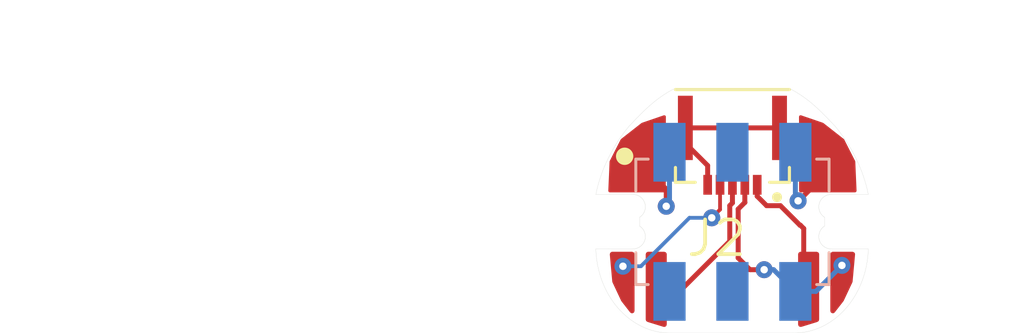
<source format=kicad_pcb>
(kicad_pcb (version 20211014) (generator pcbnew)
  (layers (0 "F.Cu" signal) (31 "B.Cu" signal) (34 "B.Paste" user) (35 "F.Paste" user) (36 "B.SilkS" user "B.Silkscreen") (37 "F.SilkS" user "F.Silkscreen") (38 "B.Mask" user) (39 "F.Mask" user) (44 "Edge.Cuts" user))
  (net 0 "")
  (net 4 "/D31")
  (net 5 "/D5")
  (net 6 "/A0")
  (net 7 "VCC")
  (net 8 "/Pressure (A1)")
  (net 9 "GND")
  (footprint "WARBL footprints:MOLEX_51281-0594" (layer "F.Cu") (at 148.251232 95.219053 180)
    (fp_text reference "J2")
    (fp_text value "Molex 51281-0594 (0.5 mm pitch)")
  )
  (footprint "WARBL footprints:ABPsensor" (layer "B.Cu") (at 148.251232 96.715553 90)
    (fp_text reference "U1" hide)
    (fp_text value "Honeywell ABPLLND060MGAA3" hide)
  )
  (footprint "WARBL footprints:ABPLLND060MGAA3_largepads" (layer "B.Cu") (at 148.251232 93.215553 90)
    (fp_text reference "J1" hide)
    (fp_text value "Solder pads to main PCB" hide)
  )
  (gr_circle (center 143.901232 94.065553) (end 144.151232 94.065553) (layer "F.SilkS") (width 0.2) (fill solid))
  (gr_line (start 144.695013 97.108085) (end 144.701735 97.124143) (layer "Edge.Cuts") (width 0.01))
  (gr_line (start 144.571113 97.681359) (end 144.557954 97.692756) (layer "Edge.Cuts") (width 0.01))
  (gr_line (start 143.963575 92.994095) (end 143.850165 93.142751) (layer "Edge.Cuts") (width 0.01))
  (gr_line (start 142.791176 98.355932) (end 142.805023 98.435424) (layer "Edge.Cuts") (width 0.01))
  (gr_line (start 151.741803 97.24171) (end 151.744452 97.224504) (layer "Edge.Cuts") (width 0.01))
  (gr_line (start 152.653601 100.39803) (end 152.711274 100.340432) (layer "Edge.Cuts") (width 0.01))
  (gr_line (start 144.717413 97.448546) (end 144.71227 97.465178) (layer "Edge.Cuts") (width 0.01))
  (gr_line (start 145.27094 91.72866) (end 145.192082 91.788049) (layer "Edge.Cuts") (width 0.01))
  (gr_line (start 151.813881 97.575207) (end 151.804876 97.560308) (layer "Edge.Cuts") (width 0.01))
  (gr_line (start 153.550543 98.91331) (end 153.574703 98.833908) (layer "Edge.Cuts") (width 0.01))
  (gr_line (start 153.124253 99.822412) (end 153.169125 99.751475) (layer "Edge.Cuts") (width 0.01))
  (gr_line (start 144.586695 96.466768) (end 144.574034 96.478717) (layer "Edge.Cuts") (width 0.01))
  (gr_line (start 144.574034 96.478717) (end 144.560965 96.490218) (layer "Edge.Cuts") (width 0.01))
  (gr_line (start 143.105925 99.381276) (end 143.1424 99.457124) (layer "Edge.Cuts") (width 0.01))
  (gr_line (start 144.471426 97.750933) (end 144.455905 97.758818) (layer "Edge.Cuts") (width 0.01))
  (gr_line (start 145.853085 91.359172) (end 145.766975 91.407003) (layer "Edge.Cuts") (width 0.01))
  (gr_line (start 151.74235 96.037809) (end 151.745134 96.020625) (layer "Edge.Cuts") (width 0.01))
  (gr_line (start 151.781048 97.513859) (end 151.774199 97.497854) (layer "Edge.Cuts") (width 0.01))
  (gr_line (start 143.220504 99.606266) (end 143.262092 99.679401) (layer "Edge.Cuts") (width 0.01))
  (gr_line (start 151.954992 96.521896) (end 151.940795 96.51182) (layer "Edge.Cuts") (width 0.01))
  (gr_line (start 152.066632 95.639176) (end 152.083097 95.633522) (layer "Edge.Cuts") (width 0.01))
  (gr_line (start 144.729328 97.397719) (end 144.725947 97.414797) (layer "Edge.Cuts") (width 0.01))
  (gr_line (start 152.473829 100.559969) (end 152.534817 100.507844) (layer "Edge.Cuts") (width 0.01))
  (gr_line (start 150.876922 91.507617) (end 150.792682 91.456485) (layer "Edge.Cuts") (width 0.01))
  (gr_line (start 153.043204 93.784012) (end 152.944408 93.617213) (layer "Edge.Cuts") (width 0.01))
  (gr_line (start 144.721502 101.00144) (end 144.789822 101.029176) (layer "Edge.Cuts") (width 0.01))
  (gr_line (start 152.185097 95.611897) (end 152.20244 95.610384) (layer "Edge.Cuts") (width 0.01))
  (gr_line (start 151.821041 100.971622) (end 151.888816 100.939718) (layer "Edge.Cuts") (width 0.01))
  (gr_line (start 151.744452 96.19384) (end 151.741803 96.176634) (layer "Edge.Cuts") (width 0.01))
  (gr_line (start 144.486662 97.742513) (end 144.471426 97.750933) (layer "Edge.Cuts") (width 0.01))
  (gr_line (start 151.740166 97.363264) (end 151.738584 97.345927) (layer "Edge.Cuts") (width 0.01))
  (gr_line (start 151.760978 97.156913) (end 151.766567 97.140426) (layer "Edge.Cuts") (width 0.01))
  (gr_line (start 144.706551 97.481621) (end 144.700263 97.497854) (layer "Edge.Cuts") (width 0.01))
  (gr_line (start 144.73001 96.19384) (end 144.726764 96.210944) (layer "Edge.Cuts") (width 0.01))
  (gr_line (start 145.064195 101.119517) (end 145.132749 101.137033) (layer "Edge.Cuts") (width 0.01))
  (gr_line (start 145.269393 101.166141) (end 145.337372 101.17779) (layer "Edge.Cuts") (width 0.01))
  (gr_line (start 145.68178 91.456485) (end 145.59754 91.507617) (layer "Edge.Cuts") (width 0.01))
  (gr_line (start 144.736993 97.293734) (end 144.737227 97.311141) (layer "Edge.Cuts") (width 0.01))
  (gr_line (start 151.926958 96.501257) (end 151.913497 96.490218) (layer "Edge.Cuts") (width 0.01))
  (gr_line (start 144.721974 97.431746) (end 144.717413 97.448546) (layer "Edge.Cuts") (width 0.01))
  (gr_line (start 142.778979 98.276666) (end 142.791176 98.355932) (layer "Edge.Cuts") (width 0.01))
  (gr_line (start 151.854913 97.631403) (end 151.843927 97.617899) (layer "Edge.Cuts") (width 0.01))
  (gr_line (start 143.739863 93.296316) (end 143.633039 93.454555) (layer "Edge.Cuts") (width 0.01))
  (gr_line (start 144.721974 95.986598) (end 144.725947 96.003547) (layer "Edge.Cuts") (width 0.01))
  (gr_line (start 144.651063 97.589783) (end 144.641044 97.60402) (layer "Edge.Cuts") (width 0.01))
  (gr_line (start 151.751538 96.227924) (end 151.747698 96.210944) (layer "Edge.Cuts") (width 0.01))
  (gr_line (start 144.530486 97.714143) (end 144.51621 97.724106) (layer "Edge.Cuts") (width 0.01))
  (gr_line (start 143.651566 100.220107) (end 143.706737 100.281106) (layer "Edge.Cuts") (width 0.01))
  (gr_line (start 144.374713 97.789899) (end 144.357895 97.794394) (layer "Edge.Cuts") (width 0.01))
  (gr_line (start 151.903349 95.736985) (end 151.916508 95.725588) (layer "Edge.Cuts") (width 0.01))
  (gr_line (start 153.467477 99.149575) (end 153.496933 99.071221) (layer "Edge.Cuts") (width 0.01))
  (gr_line (start 152.185097 97.806447) (end 152.167818 97.80433) (layer "Edge.Cuts") (width 0.01))
  (gr_line (start 151.760978 96.261431) (end 151.755966 96.24476) (layer "Edge.Cuts") (width 0.01))
  (gr_line (start 144.630245 92.282216) (end 144.35706 92.558269) (layer "Edge.Cuts") (width 0.01))
  (gr_line (start 151.766567 96.277918) (end 151.760978 96.261431) (layer "Edge.Cuts") (width 0.01))
  (gr_line (start 145.432087 91.614837) (end 145.350955 91.670923) (layer "Edge.Cuts") (width 0.01))
  (gr_line (start 151.737606 96.089798) (end 151.738584 96.072417) (layer "Edge.Cuts") (width 0.01))
  (gr_line (start 144.669586 97.560308) (end 144.660581 97.575207) (layer "Edge.Cuts") (width 0.01))
  (gr_line (start 151.841507 96.414791) (end 151.831108 96.40083) (layer "Edge.Cuts") (width 0.01))
  (gr_line (start 145.337372 101.17779) (end 145.40505 101.187544) (layer "Edge.Cuts") (width 0.01))
  (gr_line (start 144.653261 97.031829) (end 144.662664 97.04648) (layer "Edge.Cuts") (width 0.01))
  (gr_line (start 152.117402 92.558269) (end 151.844217 92.282216) (layer "Edge.Cuts") (width 0.01))
  (gr_line (start 151.802911 97.061449) (end 151.811798 97.04648) (layer "Edge.Cuts") (width 0.01))
  (gr_line (start 152.018557 97.758818) (end 152.003036 97.750933) (layer "Edge.Cuts") (width 0.01))
  (gr_line (start 142.752028 98.04084) (end 142.759434 98.11906) (layer "Edge.Cuts") (width 0.01))
  (gr_line (start 151.355138 91.845133) (end 151.28238 91.788049) (layer "Edge.Cuts") (width 0.01))
  (gr_line (start 144.51621 95.694238) (end 144.530486 95.704201) (layer "Edge.Cuts") (width 0.01))
  (gr_line (start 153.574703 98.833908) (end 153.597108 98.754309) (layer "Edge.Cuts") (width 0.01))
  (gr_line (start 153.368537 99.381276) (end 153.403272 99.304681) (layer "Edge.Cuts") (width 0.01))
  (gr_line (start 143.180599 99.532147) (end 143.220504 99.606266) (layer "Edge.Cuts") (width 0.01))
  (gr_line (start 143.939645 100.507844) (end 144.000633 100.559969) (layer "Edge.Cuts") (width 0.01))
  (gr_line (start 144.254637 97.808869) (end 144.237231 97.809172) (layer "Edge.Cuts") (width 0.01))
  (gr_line (start 152.92919 100.093324) (end 152.980213 100.027663) (layer "Edge.Cuts") (width 0.01))
  (gr_line (start 152.050374 95.6454) (end 152.066632 95.639176) (layer "Edge.Cuts") (width 0.01))
  (gr_line (start 144.504931 96.886873) (end 144.51947 96.896448) (layer "Edge.Cuts") (width 0.01))
  (gr_line (start 145.047507 91.903629) (end 144.906258 92.024709) (layer "Edge.Cuts") (width 0.01))
  (gr_line (start 151.779449 97.108085) (end 151.786727 97.092271) (layer "Edge.Cuts") (width 0.01))
  (gr_line (start 143.07119 99.304681) (end 143.105925 99.381276) (layer "Edge.Cuts") (width 0.01))
  (gr_line (start 152.099749 97.789899) (end 152.083097 97.784822) (layer "Edge.Cuts") (width 0.01))
  (gr_line (start 151.745134 96.020625) (end 151.748515 96.003547) (layer "Edge.Cuts") (width 0.01))
  (gr_line (start 142.828501 95.229578) (end 142.780367 95.419002) (layer "Edge.Cuts") (width 0.01))
  (gr_line (start 151.854913 95.786941) (end 151.866362 95.773827) (layer "Edge.Cuts") (width 0.01))
  (gr_line (start 144.622075 96.428382) (end 144.61073 96.441585) (layer "Edge.Cuts") (width 0.01))
  (gr_line (start 153.645961 95.229578) (end 153.591303 95.04126) (layer "Edge.Cuts") (width 0.01))
  (gr_line (start 151.747698 97.2074) (end 151.751538 97.19042) (layer "Edge.Cuts") (width 0.01))
  (gr_line (start 144.713484 96.261431) (end 144.707895 96.277918) (layer "Edge.Cuts") (width 0.01))
  (gr_line (start 153.732668 97.885844) (end 153.735564 97.809172) (layer "Edge.Cuts") (width 0.01))
  (gr_line (start 144.686012 97.529615) (end 144.678066 97.545105) (layer "Edge.Cuts") (width 0.01))
  (gr_line (start 144.734707 96.159347) (end 144.732659 96.176634) (layer "Edge.Cuts") (width 0.01))
  (gr_line (start 145.40505 101.187544) (end 145.472377 101.195438) (layer "Edge.Cuts") (width 0.01))
  (gr_line (start 151.781048 95.904485) (end 151.78845 95.888729) (layer "Edge.Cuts") (width 0.01))
  (gr_line (start 151.972865 97.733567) (end 151.958252 97.724106) (layer "Edge.Cuts") (width 0.01))
  (gr_line (start 144.533667 96.906524) (end 144.547504 96.917087) (layer "Edge.Cuts") (width 0.01))
  (gr_line (start 153.695483 98.276666) (end 153.706054 98.197688) (layer "Edge.Cuts") (width 0.01))
  (gr_line (start 152.167818 97.80433) (end 152.150622 97.801614) (layer "Edge.Cuts") (width 0.01))
  (gr_line (start 150.802688 101.208335) (end 150.868678 101.205794) (layer "Edge.Cuts") (width 0.01))
  (gr_line (start 151.75296 101.00144) (end 151.821041 100.971622) (layer "Edge.Cuts") (width 0.01))
  (gr_line (start 151.737469 96.12461) (end 151.737235 96.107203) (layer "Edge.Cuts") (width 0.01))
  (gr_line (start 144.767462 92.151) (end 144.630245 92.282216) (layer "Edge.Cuts") (width 0.01))
  (gr_line (start 152.083097 95.633522) (end 152.099749 95.628445) (layer "Edge.Cuts") (width 0.01))
  (gr_line (start 152.285248 100.704748) (end 152.348979 100.658454) (layer "Edge.Cuts") (width 0.01))
  (gr_line (start 143.237231 95.609172) (end 144.237231 95.609172) (layer "Edge.Cuts") (width 0.01))
  (gr_line (start 145.766975 91.407003) (end 145.68178 91.456485) (layer "Edge.Cuts") (width 0.01))
  (gr_line (start 143.396677 99.892138) (end 143.444703 99.960579) (layer "Edge.Cuts") (width 0.01))
  (gr_line (start 151.823399 95.828561) (end 151.833418 95.814324) (layer "Edge.Cuts") (width 0.01))
  (gr_line (start 151.68464 101.029176) (end 151.75296 101.00144) (layer "Edge.Cuts") (width 0.01))
  (gr_line (start 144.40783 97.779168) (end 144.391365 97.784822) (layer "Edge.Cuts") (width 0.01))
  (gr_line (start 151.852387 96.989962) (end 151.863732 96.976759) (layer "Edge.Cuts") (width 0.01))
  (gr_line (start 153.253958 99.606266) (end 153.293863 99.532147) (layer "Edge.Cuts") (width 0.01))
  (gr_line (start 151.813881 95.843137) (end 151.823399 95.828561) (layer "Edge.Cuts") (width 0.01))
  (gr_line (start 144.471426 95.667411) (end 144.486662 95.675831) (layer "Edge.Cuts") (width 0.01))
  (gr_line (start 152.167818 95.614014) (end 152.185097 95.611897) (layer "Edge.Cuts") (width 0.01))
  (gr_line (start 152.237231 95.609172) (end 153.237231 95.609172) (layer "Edge.Cuts") (width 0.01))
  (gr_line (start 153.524622 98.99244) (end 153.550543 98.91331) (layer "Edge.Cuts") (width 0.01))
  (gr_line (start 144.289365 97.806447) (end 144.272022 97.80796) (layer "Edge.Cuts") (width 0.01))
  (gr_line (start 144.237231 97.809172) (end 143.237231 97.809172) (layer "Edge.Cuts") (width 0.01))
  (gr_line (start 151.707 92.151) (end 151.568204 92.024709) (layer "Edge.Cuts") (width 0.01))
  (gr_line (start 152.348979 100.658454) (end 152.411862 100.610184) (layer "Edge.Cuts") (width 0.01))
  (gr_line (start 144.0626 100.610184) (end 144.125483 100.658454) (layer "Edge.Cuts") (width 0.01))
  (gr_line (start 151.866362 95.773827) (end 151.878261 95.761119) (layer "Edge.Cuts") (width 0.01))
  (gr_line (start 151.752488 95.986598) (end 151.757049 95.969798) (layer "Edge.Cuts") (width 0.01))
  (gr_line (start 144.678066 97.545105) (end 144.669586 97.560308) (layer "Edge.Cuts") (width 0.01))
  (gr_line (start 152.394745 92.850563) (end 152.117402 92.558269) (layer "Edge.Cuts") (width 0.01))
  (gr_line (start 144.630535 95.800445) (end 144.641044 95.814324) (layer "Edge.Cuts") (width 0.01))
  (gr_line (start 153.389987 94.486557) (end 153.31116 94.306263) (layer "Edge.Cuts") (width 0.01))
  (gr_line (start 153.137473 93.954662) (end 153.043204 93.784012) (layer "Edge.Cuts") (width 0.01))
  (gr_line (start 152.20244 95.610384) (end 152.219825 95.609475) (layer "Edge.Cuts") (width 0.01))
  (gr_line (start 144.736152 97.276346) (end 144.736993 97.293734) (layer "Edge.Cuts") (width 0.01))
  (gr_line (start 151.811798 97.04648) (end 151.821201 97.031829) (layer "Edge.Cuts") (width 0.01))
  (gr_line (start 142.837761 98.594821) (end 142.856692 98.674589) (layer "Edge.Cuts") (width 0.01))
  (gr_line (start 151.755966 96.24476) (end 151.751538 96.227924) (layer "Edge.Cuts") (width 0.01))
  (gr_line (start 144.306644 95.614014) (end 144.32384 95.61673) (layer "Edge.Cuts") (width 0.01))
  (gr_line (start 151.568204 92.024709) (end 151.426955 91.903629) (layer "Edge.Cuts") (width 0.01))
  (gr_line (start 143.879701 100.45385) (end 143.939645 100.507844) (layer "Edge.Cuts") (width 0.01))
  (gr_line (start 144.736993 96.12461) (end 144.736152 96.141998) (layer "Edge.Cuts") (width 0.01))
  (gr_line (start 151.203522 91.72866) (end 151.123507 91.670923) (layer "Edge.Cuts") (width 0.01))
  (gr_line (start 144.61073 96.441585) (end 144.598932 96.454386) (layer "Edge.Cuts") (width 0.01))
  (gr_line (start 144.253728 100.749036) (end 144.318956 100.791296) (layer "Edge.Cuts") (width 0.01))
  (gr_line (start 143.237231 97.809172) (end 142.738898 97.809172) (layer "Edge.Cuts") (width 0.01))
  (gr_line (start 144.440119 97.766158) (end 144.424088 97.772944) (layer "Edge.Cuts") (width 0.01))
  (gr_line (start 150.960166 91.560401) (end 150.876922 91.507617) (layer "Edge.Cuts") (width 0.01))
  (gr_line (start 144.272022 95.610384) (end 144.289365 95.611897) (layer "Edge.Cuts") (width 0.01))
  (gr_line (start 152.083097 97.784822) (end 152.066632 97.779168) (layer "Edge.Cuts") (width 0.01))
  (gr_line (start 151.739755 97.258997) (end 151.741803 97.24171) (layer "Edge.Cuts") (width 0.01))
  (gr_line (start 144.995565 101.099993) (end 145.064195 101.119517) (layer "Edge.Cuts") (width 0.01))
  (gr_line (start 144.306644 97.80433) (end 144.289365 97.806447) (layer "Edge.Cuts") (width 0.01))
  (gr_line (start 144.34093 97.7983) (end 144.32384 97.801614) (layer "Edge.Cuts") (width 0.01))
  (gr_line (start 151.940795 96.906524) (end 151.954992 96.896448) (layer "Edge.Cuts") (width 0.01))
  (gr_line (start 151.762192 95.953166) (end 151.767911 95.936723) (layer "Edge.Cuts") (width 0.01))
  (gr_line (start 144.583867 95.748834) (end 144.596201 95.761119) (layer "Edge.Cuts") (width 0.01))
  (gr_line (start 144.726764 96.210944) (end 144.722924 96.227924) (layer "Edge.Cuts") (width 0.01))
  (gr_line (start 144.557954 95.725588) (end 144.571113 95.736985) (layer "Edge.Cuts") (width 0.01))
  (gr_line (start 148.237231 101.209172) (end 150.737231 101.209172) (layer "Edge.Cuts") (width 0.01))
  (gr_line (start 153.735564 95.609172) (end 153.694095 95.419002) (layer "Edge.Cuts") (width 0.01))
  (gr_line (start 144.718496 96.24476) (end 144.713484 96.261431) (layer "Edge.Cuts") (width 0.01))
  (gr_line (start 151.863732 96.976759) (end 151.87553 96.963958) (layer "Edge.Cuts") (width 0.01))
  (gr_line (start 151.042375 91.614837) (end 150.960166 91.560401) (layer "Edge.Cuts") (width 0.01))
  (gr_line (start 142.741794 97.885844) (end 142.746159 97.963084) (layer "Edge.Cuts") (width 0.01))
  (gr_line (start 144.706551 95.936723) (end 144.71227 95.953166) (layer "Edge.Cuts") (width 0.01))
  (gr_line (start 144.424088 97.772944) (end 144.40783 97.779168) (layer "Edge.Cuts") (width 0.01))
  (gr_line (start 151.930056 95.714655) (end 151.943976 95.704201) (layer "Edge.Cuts") (width 0.01))
  (gr_line (start 153.636701 98.594821) (end 153.653918 98.515076) (layer "Edge.Cuts") (width 0.01))
  (gr_line (start 151.786727 97.092271) (end 151.794551 97.076719) (layer "Edge.Cuts") (width 0.01))
  (gr_line (start 143.850165 93.142751) (end 143.739863 93.296316) (layer "Edge.Cuts") (width 0.01))
  (gr_line (start 144.687735 96.326073) (end 144.679911 96.341625) (layer "Edge.Cuts") (width 0.01))
  (gr_line (start 144.440119 95.652186) (end 144.455905 95.659526) (layer "Edge.Cuts") (width 0.01))
  (gr_line (start 151.410267 101.119517) (end 151.478897 101.099993) (layer "Edge.Cuts") (width 0.01))
  (gr_line (start 152.237231 97.809172) (end 152.219825 97.808869) (layer "Edge.Cuts") (width 0.01))
  (gr_line (start 144.557954 97.692756) (end 144.544406 97.703689) (layer "Edge.Cuts") (width 0.01))
  (gr_line (start 152.944408 93.617213) (end 152.841423 93.454555) (layer "Edge.Cuts") (width 0.01))
  (gr_line (start 151.737235 96.107203) (end 151.737606 96.089798) (layer "Edge.Cuts") (width 0.01))
  (gr_line (start 151.833418 95.814324) (end 151.843927 95.800445) (layer "Edge.Cuts") (width 0.01))
  (gr_line (start 144.671551 96.356895) (end 144.662664 96.371864) (layer "Edge.Cuts") (width 0.01))
  (gr_line (start 142.780367 95.419002) (end 142.738898 95.609172) (layer "Edge.Cuts") (width 0.01))
  (gr_line (start 153.530289 94.85441) (end 153.463111 94.66939) (layer "Edge.Cuts") (width 0.01))
  (gr_line (start 151.969531 96.886873) (end 151.969531 96.531471) (layer "Edge.Cuts") (width 0.01))
  (gr_line (start 151.878261 95.761119) (end 151.890595 95.748834) (layer "Edge.Cuts") (width 0.01))
  (gr_line (start 144.501597 97.733567) (end 144.486662 97.742513) (layer "Edge.Cuts") (width 0.01))
  (gr_line (start 143.494249 100.027663) (end 143.545272 100.093324) (layer "Edge.Cuts") (width 0.01))
  (gr_line (start 143.1424 99.457124) (end 143.180599 99.532147) (layer "Edge.Cuts") (width 0.01))
  (gr_line (start 151.9878 95.675831) (end 152.003036 95.667411) (layer "Edge.Cuts") (width 0.01))
  (gr_line (start 152.220734 100.749036) (end 152.285248 100.704748) (layer "Edge.Cuts") (width 0.01))
  (gr_line (start 144.51621 97.724106) (end 144.501597 97.733567) (layer "Edge.Cuts") (width 0.01))
  (gr_line (start 152.133532 97.7983) (end 152.116567 97.794394) (layer "Edge.Cuts") (width 0.01))
  (gr_line (start 145.737231 101.209172) (end 148.237231 101.209172) (layer "Edge.Cuts") (width 0.01))
  (gr_line (start 144.726764 97.2074) (end 144.73001 97.224504) (layer "Edge.Cuts") (width 0.01))
  (gr_line (start 152.034343 97.766158) (end 152.018557 97.758818) (layer "Edge.Cuts") (width 0.01))
  (gr_line (start 151.757049 97.448546) (end 151.752488 97.431746) (layer "Edge.Cuts") (width 0.01))
  (gr_line (start 151.774199 95.92049) (end 151.781048 95.904485) (layer "Edge.Cuts") (width 0.01))
  (gr_line (start 144.679911 96.341625) (end 144.671551 96.356895) (layer "Edge.Cuts") (width 0.01))
  (gr_line (start 151.796396 95.873239) (end 151.804876 95.858036) (layer "Edge.Cuts") (width 0.01))
  (gr_line (start 144.732659 96.176634) (end 144.73001 96.19384) (layer "Edge.Cuts") (width 0.01))
  (gr_line (start 144.653261 96.386515) (end 144.643354 96.40083) (layer "Edge.Cuts") (width 0.01))
  (gr_line (start 151.821201 96.386515) (end 151.811798 96.371864) (layer "Edge.Cuts") (width 0.01))
  (gr_line (start 151.852387 96.428382) (end 151.841507 96.414791) (layer "Edge.Cuts") (width 0.01))
  (gr_line (start 151.786727 96.326073) (end 151.779449 96.310259) (layer "Edge.Cuts") (width 0.01))
  (gr_line (start 144.693414 97.513859) (end 144.686012 97.529615) (layer "Edge.Cuts") (width 0.01))
  (gr_line (start 153.226893 94.128853) (end 153.137473 93.954662) (layer "Edge.Cuts") (width 0.01))
  (gr_line (start 151.943976 97.714143) (end 151.930056 97.703689) (layer "Edge.Cuts") (width 0.01))
  (gr_line (start 151.757049 95.969798) (end 151.762192 95.953166) (layer "Edge.Cuts") (width 0.01))
  (gr_line (start 153.029759 99.960579) (end 153.077785 99.892138) (layer "Edge.Cuts") (width 0.01))
  (gr_line (start 144.544406 97.703689) (end 144.530486 97.714143) (layer "Edge.Cuts") (width 0.01))
  (gr_line (start 144.391365 97.784822) (end 144.374713 97.789899) (layer "Edge.Cuts") (width 0.01))
  (gr_line (start 151.74235 97.380535) (end 151.740166 97.363264) (layer "Edge.Cuts") (width 0.01))
  (gr_line (start 143.444703 99.960579) (end 143.494249 100.027663) (layer "Edge.Cuts") (width 0.01))
  (gr_line (start 153.436255 99.227421) (end 153.467477 99.149575) (layer "Edge.Cuts") (width 0.01))
  (gr_line (start 144.687735 97.092271) (end 144.695013 97.108085) (layer "Edge.Cuts") (width 0.01))
  (gr_line (start 144.35706 92.558269) (end 144.079717 92.850563) (layer "Edge.Cuts") (width 0.01))
  (gr_line (start 145.605784 101.205794) (end 145.671774 101.208335) (layer "Edge.Cuts") (width 0.01))
  (gr_line (start 151.744452 97.224504) (end 151.747698 97.2074) (layer "Edge.Cuts") (width 0.01))
  (gr_line (start 143.633039 93.454555) (end 143.530054 93.617213) (layer "Edge.Cuts") (width 0.01))
  (gr_line (start 153.237231 95.609172) (end 153.735564 95.609172) (layer "Edge.Cuts") (width 0.01))
  (gr_line (start 151.972865 95.684777) (end 151.9878 95.675831) (layer "Edge.Cuts") (width 0.01))
  (gr_line (start 152.841423 93.454555) (end 152.734599 93.296316) (layer "Edge.Cuts") (width 0.01))
  (gr_line (start 144.547504 96.917087) (end 144.560965 96.928126) (layer "Edge.Cuts") (width 0.01))
  (gr_line (start 151.796396 97.545105) (end 151.78845 97.529615) (layer "Edge.Cuts") (width 0.01))
  (gr_line (start 144.662664 97.04648) (end 144.671551 97.061449) (layer "Edge.Cuts") (width 0.01))
  (gr_line (start 151.958252 95.694238) (end 151.972865 95.684777) (layer "Edge.Cuts") (width 0.01))
  (gr_line (start 144.619549 97.631403) (end 144.6081 97.644517) (layer "Edge.Cuts") (width 0.01))
  (gr_line (start 150.792682 91.456485) (end 150.707487 91.407003) (layer "Edge.Cuts") (width 0.01))
  (gr_line (start 144.736856 97.328546) (end 144.735878 97.345927) (layer "Edge.Cuts") (width 0.01))
  (gr_line (start 151.205069 101.166141) (end 151.273294 101.152565) (layer "Edge.Cuts") (width 0.01))
  (gr_line (start 151.73831 97.276346) (end 151.739755 97.258997) (layer "Edge.Cuts") (width 0.01))
  (gr_line (start 150.935158 101.201509) (end 151.002085 101.195438) (layer "Edge.Cuts") (width 0.01))
  (gr_line (start 144.51947 96.896448) (end 144.533667 96.906524) (layer "Edge.Cuts") (width 0.01))
  (gr_line (start 144.586695 96.951576) (end 144.598932 96.963958) (layer "Edge.Cuts") (width 0.01))
  (gr_line (start 144.678066 95.873239) (end 144.686012 95.888729) (layer "Edge.Cuts") (width 0.01))
  (gr_line (start 142.738898 95.609172) (end 143.237231 95.609172) (layer "Edge.Cuts") (width 0.01))
  (gr_line (start 151.833418 97.60402) (end 151.823399 97.589783) (layer "Edge.Cuts") (width 0.01))
  (gr_line (start 145.514296 91.560401) (end 145.432087 91.614837) (layer "Edge.Cuts") (width 0.01))
  (gr_line (start 144.732112 97.380535) (end 144.729328 97.397719) (layer "Edge.Cuts") (width 0.01))
  (gr_line (start 151.844217 92.282216) (end 151.707 92.151) (layer "Edge.Cuts") (width 0.01))
  (gr_line (start 153.61777 98.674589) (end 153.636701 98.594821) (layer "Edge.Cuts") (width 0.01))
  (gr_line (start 152.624297 93.142751) (end 152.510887 92.994095) (layer "Edge.Cuts") (width 0.01))
  (gr_line (start 144.700263 97.497854) (end 144.693414 97.513859) (layer "Edge.Cuts") (width 0.01))
  (gr_line (start 142.877354 98.754309) (end 142.899759 98.833908) (layer "Edge.Cuts") (width 0.01))
  (gr_line (start 143.305337 99.751475) (end 143.350209 99.822412) (layer "Edge.Cuts") (width 0.01))
  (gr_line (start 151.755966 97.173584) (end 151.760978 97.156913) (layer "Edge.Cuts") (width 0.01))
  (gr_line (start 152.594761 100.45385) (end 152.653601 100.39803) (layer "Edge.Cuts") (width 0.01))
  (gr_line (start 151.804876 97.560308) (end 151.796396 97.545105) (layer "Edge.Cuts") (width 0.01))
  (gr_line (start 152.219825 95.609475) (end 152.237231 95.609172) (layer "Edge.Cuts") (width 0.01))
  (gr_line (start 143.597727 100.157493) (end 143.651566 100.220107) (layer "Edge.Cuts") (width 0.01))
  (gr_line (start 151.273294 101.152565) (end 151.341713 101.137033) (layer "Edge.Cuts") (width 0.01))
  (gr_line (start 144.660581 95.843137) (end 144.669586 95.858036) (layer "Edge.Cuts") (width 0.01))
  (gr_line (start 142.746159 97.963084) (end 142.752028 98.04084) (layer "Edge.Cuts") (width 0.01))
  (gr_line (start 151.738584 96.072417) (end 151.740166 96.05508) (layer "Edge.Cuts") (width 0.01))
  (gr_line (start 144.732659 97.24171) (end 144.734707 97.258997) (layer "Edge.Cuts") (width 0.01))
  (gr_line (start 143.763188 100.340432) (end 143.820861 100.39803) (layer "Edge.Cuts") (width 0.01))
  (gr_line (start 152.20244 97.80796) (end 152.185097 97.806447) (layer "Edge.Cuts") (width 0.01))
  (gr_line (start 142.820544 98.515076) (end 142.837761 98.594821) (layer "Edge.Cuts") (width 0.01))
  (gr_line (start 151.123507 91.670923) (end 151.042375 91.614837) (layer "Edge.Cuts") (width 0.01))
  (gr_line (start 151.890595 95.748834) (end 151.903349 95.736985) (layer "Edge.Cuts") (width 0.01))
  (gr_line (start 144.71227 95.953166) (end 144.717413 95.969798) (layer "Edge.Cuts") (width 0.01))
  (gr_line (start 152.150622 97.801614) (end 152.133532 97.7983) (layer "Edge.Cuts") (width 0.01))
  (gr_line (start 144.789822 101.029176) (end 144.858315 101.054839) (layer "Edge.Cuts") (width 0.01))
  (gr_line (start 142.768408 98.197688) (end 142.778979 98.276666) (layer "Edge.Cuts") (width 0.01))
  (gr_line (start 151.774199 97.497854) (end 151.767911 97.481621) (layer "Edge.Cuts") (width 0.01))
  (gr_line (start 151.747698 96.210944) (end 151.744452 96.19384) (layer "Edge.Cuts") (width 0.01))
  (gr_line (start 151.831108 97.017514) (end 151.841507 97.003553) (layer "Edge.Cuts") (width 0.01))
  (gr_line (start 144.713484 97.156913) (end 144.718496 97.173584) (layer "Edge.Cuts") (width 0.01))
  (gr_line (start 144.391365 95.633522) (end 144.40783 95.639176) (layer "Edge.Cuts") (width 0.01))
  (gr_line (start 144.641044 95.814324) (end 144.651063 95.828561) (layer "Edge.Cuts") (width 0.01))
  (gr_line (start 153.169125 99.751475) (end 153.21237 99.679401) (layer "Edge.Cuts") (width 0.01))
  (gr_line (start 152.116567 97.794394) (end 152.099749 97.789899) (layer "Edge.Cuts") (width 0.01))
  (gr_line (start 151.843927 95.800445) (end 151.854913 95.786941) (layer "Edge.Cuts") (width 0.01))
  (gr_line (start 151.547545 101.07844) (end 151.616147 101.054839) (layer "Edge.Cuts") (width 0.01))
  (gr_line (start 153.683286 98.355932) (end 153.695483 98.276666) (layer "Edge.Cuts") (width 0.01))
  (gr_line (start 144.32384 95.61673) (end 144.34093 95.620044) (layer "Edge.Cuts") (width 0.01))
  (gr_line (start 151.890595 97.66951) (end 151.878261 97.657225) (layer "Edge.Cuts") (width 0.01))
  (gr_line (start 153.706054 98.197688) (end 153.715028 98.11906) (layer "Edge.Cuts") (width 0.01))
  (gr_line (start 143.006985 99.149575) (end 143.038207 99.227421) (layer "Edge.Cuts") (width 0.01))
  (gr_line (start 151.87553 96.963958) (end 151.887767 96.951576) (layer "Edge.Cuts") (width 0.01))
  (gr_line (start 151.766567 97.140426) (end 151.772727 97.124143) (layer "Edge.Cuts") (width 0.01))
  (gr_line (start 144.596201 97.657225) (end 144.583867 97.66951) (layer "Edge.Cuts") (width 0.01))
  (gr_line (start 142.883159 95.04126) (end 142.828501 95.229578) (layer "Edge.Cuts") (width 0.01))
  (gr_line (start 145.539304 101.201509) (end 145.605784 101.205794) (layer "Edge.Cuts") (width 0.01))
  (gr_line (start 144.518243 100.905728) (end 144.585646 100.939718) (layer "Edge.Cuts") (width 0.01))
  (gr_line (start 144.669586 95.858036) (end 144.678066 95.873239) (layer "Edge.Cuts") (width 0.01))
  (gr_line (start 151.887767 96.466768) (end 151.87553 96.454386) (layer "Edge.Cuts") (width 0.01))
  (gr_line (start 153.21237 99.679401) (end 153.253958 99.606266) (layer "Edge.Cuts") (width 0.01))
  (gr_line (start 151.616147 101.054839) (end 151.68464 101.029176) (layer "Edge.Cuts") (width 0.01))
  (gr_line (start 144.289365 95.611897) (end 144.306644 95.614014) (layer "Edge.Cuts") (width 0.01))
  (gr_line (start 152.133532 95.620044) (end 152.150622 95.61673) (layer "Edge.Cuts") (width 0.01))
  (gr_line (start 144.693414 95.904485) (end 144.700263 95.92049) (layer "Edge.Cuts") (width 0.01))
  (gr_line (start 151.069412 101.187544) (end 151.13709 101.17779) (layer "Edge.Cuts") (width 0.01))
  (gr_line (start 151.779449 96.310259) (end 151.772727 96.294201) (layer "Edge.Cuts") (width 0.01))
  (gr_line (start 152.099749 95.628445) (end 152.116567 95.62395) (layer "Edge.Cuts") (width 0.01))
  (gr_line (start 144.653421 100.971622) (end 144.721502 101.00144) (layer "Edge.Cuts") (width 0.01))
  (gr_line (start 150.707487 91.407003) (end 150.621377 91.359172) (layer "Edge.Cuts") (width 0.01))
  (gr_line (start 152.734599 93.296316) (end 152.624297 93.142751) (layer "Edge.Cuts") (width 0.01))
  (gr_line (start 152.980213 100.027663) (end 153.029759 99.960579) (layer "Edge.Cuts") (width 0.01))
  (gr_line (start 153.591303 95.04126) (end 153.530289 94.85441) (layer "Edge.Cuts") (width 0.01))
  (gr_line (start 151.943976 95.704201) (end 151.958252 95.694238) (layer "Edge.Cuts") (width 0.01))
  (gr_line (start 151.823399 97.589783) (end 151.813881 97.575207) (layer "Edge.Cuts") (width 0.01))
  (gr_line (start 144.735878 97.345927) (end 144.734296 97.363264) (layer "Edge.Cuts") (width 0.01))
  (gr_line (start 150.737231 101.209172) (end 150.802688 101.208335) (layer "Edge.Cuts") (width 0.01))
  (gr_line (start 153.403272 99.304681) (end 153.436255 99.227421) (layer "Edge.Cuts") (width 0.01))
  (gr_line (start 152.116567 95.62395) (end 152.133532 95.620044) (layer "Edge.Cuts") (width 0.01))
  (gr_line (start 144.718496 97.173584) (end 144.722924 97.19042) (layer "Edge.Cuts") (width 0.01))
  (gr_line (start 153.077785 99.892138) (end 153.124253 99.822412) (layer "Edge.Cuts") (width 0.01))
  (gr_line (start 151.804876 95.858036) (end 151.813881 95.843137) (layer "Edge.Cuts") (width 0.01))
  (gr_line (start 151.913497 96.490218) (end 151.900428 96.478717) (layer "Edge.Cuts") (width 0.01))
  (gr_line (start 151.926958 96.917087) (end 151.940795 96.906524) (layer "Edge.Cuts") (width 0.01))
  (gr_line (start 144.585646 100.939718) (end 144.653421 100.971622) (layer "Edge.Cuts") (width 0.01))
  (gr_line (start 144.686012 95.888729) (end 144.693414 95.904485) (layer "Edge.Cuts") (width 0.01))
  (gr_line (start 151.866362 97.644517) (end 151.854913 97.631403) (layer "Edge.Cuts") (width 0.01))
  (gr_line (start 151.748515 97.414797) (end 151.745134 97.397719) (layer "Edge.Cuts") (width 0.01))
  (gr_line (start 151.954992 96.896448) (end 151.969531 96.886873) (layer "Edge.Cuts") (width 0.01))
  (gr_line (start 142.923919 98.91331) (end 142.94984 98.99244) (layer "Edge.Cuts") (width 0.01))
  (gr_line (start 151.916508 95.725588) (end 151.930056 95.714655) (layer "Edge.Cuts") (width 0.01))
  (gr_line (start 143.820861 100.39803) (end 143.879701 100.45385) (layer "Edge.Cuts") (width 0.01))
  (gr_line (start 143.706737 100.281106) (end 143.763188 100.340432) (layer "Edge.Cuts") (width 0.01))
  (gr_line (start 144.707895 97.140426) (end 144.713484 97.156913) (layer "Edge.Cuts") (width 0.01))
  (gr_line (start 144.732112 96.037809) (end 144.734296 96.05508) (layer "Edge.Cuts") (width 0.01))
  (gr_line (start 144.651063 95.828561) (end 144.660581 95.843137) (layer "Edge.Cuts") (width 0.01))
  (gr_line (start 151.478897 101.099993) (end 151.547545 101.07844) (layer "Edge.Cuts") (width 0.01))
  (gr_line (start 150.868678 101.205794) (end 150.935158 101.201509) (layer "Edge.Cuts") (width 0.01))
  (gr_line (start 151.9878 97.742513) (end 151.972865 97.733567) (layer "Edge.Cuts") (width 0.01))
  (gr_line (start 153.728303 97.963084) (end 153.732668 97.885844) (layer "Edge.Cuts") (width 0.01))
  (gr_line (start 153.463111 94.66939) (end 153.389987 94.486557) (layer "Edge.Cuts") (width 0.01))
  (gr_line (start 152.822896 100.220107) (end 152.876735 100.157493) (layer "Edge.Cuts") (width 0.01))
  (gr_line (start 152.089632 100.831507) (end 152.155506 100.791296) (layer "Edge.Cuts") (width 0.01))
  (gr_line (start 144.926917 101.07844) (end 144.995565 101.099993) (layer "Edge.Cuts") (width 0.01))
  (gr_line (start 144.571113 95.736985) (end 144.583867 95.748834) (layer "Edge.Cuts") (width 0.01))
  (gr_line (start 151.794551 97.076719) (end 151.802911 97.061449) (layer "Edge.Cuts") (width 0.01))
  (gr_line (start 142.856692 98.674589) (end 142.877354 98.754309) (layer "Edge.Cuts") (width 0.01))
  (gr_line (start 144.734296 96.05508) (end 144.735878 96.072417) (layer "Edge.Cuts") (width 0.01))
  (gr_line (start 151.863732 96.441585) (end 151.852387 96.428382) (layer "Edge.Cuts") (width 0.01))
  (gr_line (start 151.740166 96.05508) (end 151.74235 96.037809) (layer "Edge.Cuts") (width 0.01))
  (gr_line (start 144.598932 96.963958) (end 144.61073 96.976759) (layer "Edge.Cuts") (width 0.01))
  (gr_line (start 144.598932 96.454386) (end 144.586695 96.466768) (layer "Edge.Cuts") (width 0.01))
  (gr_line (start 144.643354 97.017514) (end 144.653261 97.031829) (layer "Edge.Cuts") (width 0.01))
  (gr_line (start 144.71227 97.465178) (end 144.706551 97.481621) (layer "Edge.Cuts") (width 0.01))
  (gr_line (start 144.357895 95.62395) (end 144.374713 95.628445) (layer "Edge.Cuts") (width 0.01))
  (gr_line (start 144.501597 95.684777) (end 144.51621 95.694238) (layer "Edge.Cuts") (width 0.01))
  (gr_line (start 143.038207 99.227421) (end 143.07119 99.304681) (layer "Edge.Cuts") (width 0.01))
  (gr_line (start 144.641044 97.60402) (end 144.630535 97.617899) (layer "Edge.Cuts") (width 0.01))
  (gr_line (start 144.630535 97.617899) (end 144.619549 97.631403) (layer "Edge.Cuts") (width 0.01))
  (gr_line (start 153.653918 98.515076) (end 153.669439 98.435424) (layer "Edge.Cuts") (width 0.01))
  (gr_line (start 145.201168 101.152565) (end 145.269393 101.166141) (layer "Edge.Cuts") (width 0.01))
  (gr_line (start 144.40783 95.639176) (end 144.424088 95.6454) (layer "Edge.Cuts") (width 0.01))
  (gr_line (start 144.533667 96.51182) (end 144.51947 96.521896) (layer "Edge.Cuts") (width 0.01))
  (gr_line (start 152.876735 100.157493) (end 152.92919 100.093324) (layer "Edge.Cuts") (width 0.01))
  (gr_line (start 144.424088 95.6454) (end 144.440119 95.652186) (layer "Edge.Cuts") (width 0.01))
  (gr_line (start 145.119324 91.845133) (end 145.047507 91.903629) (layer "Edge.Cuts") (width 0.01))
  (gr_line (start 151.900428 96.478717) (end 151.887767 96.466768) (layer "Edge.Cuts") (width 0.01))
  (gr_line (start 151.900428 96.939627) (end 151.913497 96.928126) (layer "Edge.Cuts") (width 0.01))
  (gr_line (start 144.079717 92.850563) (end 143.963575 92.994095) (layer "Edge.Cuts") (width 0.01))
  (gr_line (start 151.802911 96.356895) (end 151.794551 96.341625) (layer "Edge.Cuts") (width 0.01))
  (gr_line (start 144.729328 96.020625) (end 144.732112 96.037809) (layer "Edge.Cuts") (width 0.01))
  (gr_line (start 144.725947 96.003547) (end 144.729328 96.020625) (layer "Edge.Cuts") (width 0.01))
  (gr_line (start 153.237231 97.809172) (end 152.237231 97.809172) (layer "Edge.Cuts") (width 0.01))
  (gr_line (start 144.486662 95.675831) (end 144.501597 95.684777) (layer "Edge.Cuts") (width 0.01))
  (gr_line (start 151.341713 101.137033) (end 151.410267 101.119517) (layer "Edge.Cuts") (width 0.01))
  (gr_line (start 151.772727 97.124143) (end 151.779449 97.108085) (layer "Edge.Cuts") (width 0.01))
  (gr_line (start 144.734707 97.258997) (end 144.736152 97.276346) (layer "Edge.Cuts") (width 0.01))
  (gr_line (start 151.739755 96.159347) (end 151.73831 96.141998) (layer "Edge.Cuts") (width 0.01))
  (gr_line (start 150.621377 91.359172) (end 145.853085 91.359172) (layer "Edge.Cuts") (width 0.01))
  (gr_line (start 151.752488 97.431746) (end 151.748515 97.414797) (layer "Edge.Cuts") (width 0.01))
  (gr_line (start 144.662664 96.371864) (end 144.653261 96.386515) (layer "Edge.Cuts") (width 0.01))
  (gr_line (start 151.958252 97.724106) (end 151.943976 97.714143) (layer "Edge.Cuts") (width 0.01))
  (gr_line (start 145.472377 101.195438) (end 145.539304 101.201509) (layer "Edge.Cuts") (width 0.01))
  (gr_line (start 144.622075 96.989962) (end 144.632955 97.003553) (layer "Edge.Cuts") (width 0.01))
  (gr_line (start 144.858315 101.054839) (end 144.926917 101.07844) (layer "Edge.Cuts") (width 0.01))
  (gr_line (start 144.32384 97.801614) (end 144.306644 97.80433) (layer "Edge.Cuts") (width 0.01))
  (gr_line (start 151.78845 95.888729) (end 151.796396 95.873239) (layer "Edge.Cuts") (width 0.01))
  (gr_line (start 144.717413 95.969798) (end 144.721974 95.986598) (layer "Edge.Cuts") (width 0.01))
  (gr_line (start 144.357895 97.794394) (end 144.34093 97.7983) (layer "Edge.Cuts") (width 0.01))
  (gr_line (start 144.455905 97.758818) (end 144.440119 97.766158) (layer "Edge.Cuts") (width 0.01))
  (gr_line (start 152.034343 95.652186) (end 152.050374 95.6454) (layer "Edge.Cuts") (width 0.01))
  (gr_line (start 143.011351 94.66939) (end 142.944173 94.85441) (layer "Edge.Cuts") (width 0.01))
  (gr_line (start 144.544406 95.714655) (end 144.557954 95.725588) (layer "Edge.Cuts") (width 0.01))
  (gr_line (start 151.903349 97.681359) (end 151.890595 97.66951) (layer "Edge.Cuts") (width 0.01))
  (gr_line (start 144.736152 96.141998) (end 144.734707 96.159347) (layer "Edge.Cuts") (width 0.01))
  (gr_line (start 151.887767 96.951576) (end 151.900428 96.939627) (layer "Edge.Cuts") (width 0.01))
  (gr_line (start 151.916508 97.692756) (end 151.903349 97.681359) (layer "Edge.Cuts") (width 0.01))
  (gr_line (start 151.767911 95.936723) (end 151.774199 95.92049) (layer "Edge.Cuts") (width 0.01))
  (gr_line (start 152.767725 100.281106) (end 152.822896 100.220107) (layer "Edge.Cuts") (width 0.01))
  (gr_line (start 152.066632 97.779168) (end 152.050374 97.772944) (layer "Edge.Cuts") (width 0.01))
  (gr_line (start 144.547504 96.501257) (end 144.533667 96.51182) (layer "Edge.Cuts") (width 0.01))
  (gr_line (start 144.000633 100.559969) (end 144.0626 100.610184) (layer "Edge.Cuts") (width 0.01))
  (gr_line (start 144.735878 96.072417) (end 144.736856 96.089798) (layer "Edge.Cuts") (width 0.01))
  (gr_line (start 145.671774 101.208335) (end 145.737231 101.209172) (layer "Edge.Cuts") (width 0.01))
  (gr_line (start 142.899759 98.833908) (end 142.923919 98.91331) (layer "Edge.Cuts") (width 0.01))
  (gr_line (start 144.906258 92.024709) (end 144.767462 92.151) (layer "Edge.Cuts") (width 0.01))
  (gr_line (start 153.332062 99.457124) (end 153.368537 99.381276) (layer "Edge.Cuts") (width 0.01))
  (gr_line (start 144.189214 100.704748) (end 144.253728 100.749036) (layer "Edge.Cuts") (width 0.01))
  (gr_line (start 152.150622 95.61673) (end 152.167818 95.614014) (layer "Edge.Cuts") (width 0.01))
  (gr_line (start 151.969531 96.531471) (end 151.954992 96.521896) (layer "Edge.Cuts") (width 0.01))
  (gr_line (start 151.002085 101.195438) (end 151.069412 101.187544) (layer "Edge.Cuts") (width 0.01))
  (gr_line (start 144.736856 96.089798) (end 144.737227 96.107203) (layer "Edge.Cuts") (width 0.01))
  (gr_line (start 144.701735 96.294201) (end 144.695013 96.310259) (layer "Edge.Cuts") (width 0.01))
  (gr_line (start 143.247569 94.128853) (end 143.163302 94.306263) (layer "Edge.Cuts") (width 0.01))
  (gr_line (start 152.003036 95.667411) (end 152.018557 95.659526) (layer "Edge.Cuts") (width 0.01))
  (gr_line (start 152.018557 95.659526) (end 152.034343 95.652186) (layer "Edge.Cuts") (width 0.01))
  (gr_line (start 144.737227 97.311141) (end 144.736856 97.328546) (layer "Edge.Cuts") (width 0.01))
  (gr_line (start 151.794551 96.341625) (end 151.786727 96.326073) (layer "Edge.Cuts") (width 0.01))
  (gr_line (start 142.944173 94.85441) (end 142.883159 95.04126) (layer "Edge.Cuts") (width 0.01))
  (gr_line (start 144.237231 95.609172) (end 144.254637 95.609475) (layer "Edge.Cuts") (width 0.01))
  (gr_line (start 144.701735 97.124143) (end 144.707895 97.140426) (layer "Edge.Cuts") (width 0.01))
  (gr_line (start 144.695013 96.310259) (end 144.687735 96.326073) (layer "Edge.Cuts") (width 0.01))
  (gr_line (start 152.155506 100.791296) (end 152.220734 100.749036) (layer "Edge.Cuts") (width 0.01))
  (gr_line (start 144.254637 95.609475) (end 144.272022 95.610384) (layer "Edge.Cuts") (width 0.01))
  (gr_line (start 144.679911 97.076719) (end 144.687735 97.092271) (layer "Edge.Cuts") (width 0.01))
  (gr_line (start 153.496933 99.071221) (end 153.524622 98.99244) (layer "Edge.Cuts") (width 0.01))
  (gr_line (start 143.163302 94.306263) (end 143.084475 94.486557) (layer "Edge.Cuts") (width 0.01))
  (gr_line (start 144.632955 97.003553) (end 144.643354 97.017514) (layer "Edge.Cuts") (width 0.01))
  (gr_line (start 144.272022 97.80796) (end 144.254637 97.808869) (layer "Edge.Cuts") (width 0.01))
  (gr_line (start 151.831108 96.40083) (end 151.821201 96.386515) (layer "Edge.Cuts") (width 0.01))
  (gr_line (start 153.735564 97.809172) (end 153.237231 97.809172) (layer "Edge.Cuts") (width 0.01))
  (gr_line (start 145.192082 91.788049) (end 145.119324 91.845133) (layer "Edge.Cuts") (width 0.01))
  (gr_line (start 144.34093 95.620044) (end 144.357895 95.62395) (layer "Edge.Cuts") (width 0.01))
  (gr_line (start 151.821201 97.031829) (end 151.831108 97.017514) (layer "Edge.Cuts") (width 0.01))
  (gr_line (start 142.977529 99.071221) (end 143.006985 99.149575) (layer "Edge.Cuts") (width 0.01))
  (gr_line (start 151.888816 100.939718) (end 151.956219 100.905728) (layer "Edge.Cuts") (width 0.01))
  (gr_line (start 144.737227 96.107203) (end 144.736993 96.12461) (layer "Edge.Cuts") (width 0.01))
  (gr_line (start 151.878261 97.657225) (end 151.866362 97.644517) (layer "Edge.Cuts") (width 0.01))
  (gr_line (start 144.734296 97.363264) (end 144.732112 97.380535) (layer "Edge.Cuts") (width 0.01))
  (gr_line (start 153.293863 99.532147) (end 153.332062 99.457124) (layer "Edge.Cuts") (width 0.01))
  (gr_line (start 144.318956 100.791296) (end 144.38483 100.831507) (layer "Edge.Cuts") (width 0.01))
  (gr_line (start 144.632955 96.414791) (end 144.622075 96.428382) (layer "Edge.Cuts") (width 0.01))
  (gr_line (start 144.574034 96.939627) (end 144.586695 96.951576) (layer "Edge.Cuts") (width 0.01))
  (gr_line (start 144.643354 96.40083) (end 144.632955 96.414791) (layer "Edge.Cuts") (width 0.01))
  (gr_line (start 144.73001 97.224504) (end 144.732659 97.24171) (layer "Edge.Cuts") (width 0.01))
  (gr_line (start 153.597108 98.754309) (end 153.61777 98.674589) (layer "Edge.Cuts") (width 0.01))
  (gr_line (start 153.715028 98.11906) (end 153.722434 98.04084) (layer "Edge.Cuts") (width 0.01))
  (gr_line (start 143.084475 94.486557) (end 143.011351 94.66939) (layer "Edge.Cuts") (width 0.01))
  (gr_line (start 153.722434 98.04084) (end 153.728303 97.963084) (layer "Edge.Cuts") (width 0.01))
  (gr_line (start 151.28238 91.788049) (end 151.203522 91.72866) (layer "Edge.Cuts") (width 0.01))
  (gr_line (start 151.737235 97.311141) (end 151.737469 97.293734) (layer "Edge.Cuts") (width 0.01))
  (gr_line (start 152.711274 100.340432) (end 152.767725 100.281106) (layer "Edge.Cuts") (width 0.01))
  (gr_line (start 152.219825 97.808869) (end 152.20244 97.80796) (layer "Edge.Cuts") (width 0.01))
  (gr_line (start 144.560965 96.490218) (end 144.547504 96.501257) (layer "Edge.Cuts") (width 0.01))
  (gr_line (start 143.350209 99.822412) (end 143.396677 99.892138) (layer "Edge.Cuts") (width 0.01))
  (gr_line (start 152.411862 100.610184) (end 152.473829 100.559969) (layer "Edge.Cuts") (width 0.01))
  (gr_line (start 144.722924 96.227924) (end 144.718496 96.24476) (layer "Edge.Cuts") (width 0.01))
  (gr_line (start 143.336989 93.954662) (end 143.247569 94.128853) (layer "Edge.Cuts") (width 0.01))
  (gr_line (start 153.31116 94.306263) (end 153.226893 94.128853) (layer "Edge.Cuts") (width 0.01))
  (gr_line (start 144.619549 95.786941) (end 144.630535 95.800445) (layer "Edge.Cuts") (width 0.01))
  (gr_line (start 151.73831 96.141998) (end 151.737469 96.12461) (layer "Edge.Cuts") (width 0.01))
  (gr_line (start 144.671551 97.061449) (end 144.679911 97.076719) (layer "Edge.Cuts") (width 0.01))
  (gr_line (start 151.738584 97.345927) (end 151.737606 97.328546) (layer "Edge.Cuts") (width 0.01))
  (gr_line (start 143.431258 93.784012) (end 143.336989 93.954662) (layer "Edge.Cuts") (width 0.01))
  (gr_line (start 151.737606 97.328546) (end 151.737235 97.311141) (layer "Edge.Cuts") (width 0.01))
  (gr_line (start 151.737469 97.293734) (end 151.73831 97.276346) (layer "Edge.Cuts") (width 0.01))
  (gr_line (start 144.61073 96.976759) (end 144.622075 96.989962) (layer "Edge.Cuts") (width 0.01))
  (gr_line (start 145.350955 91.670923) (end 145.27094 91.72866) (layer "Edge.Cuts") (width 0.01))
  (gr_line (start 145.59754 91.507617) (end 145.514296 91.560401) (layer "Edge.Cuts") (width 0.01))
  (gr_line (start 144.583867 97.66951) (end 144.571113 97.681359) (layer "Edge.Cuts") (width 0.01))
  (gr_line (start 151.13709 101.17779) (end 151.205069 101.166141) (layer "Edge.Cuts") (width 0.01))
  (gr_line (start 144.725947 97.414797) (end 144.721974 97.431746) (layer "Edge.Cuts") (width 0.01))
  (gr_line (start 142.805023 98.435424) (end 142.820544 98.515076) (layer "Edge.Cuts") (width 0.01))
  (gr_line (start 144.38483 100.831507) (end 144.451282 100.869655) (layer "Edge.Cuts") (width 0.01))
  (gr_line (start 151.940795 96.51182) (end 151.926958 96.501257) (layer "Edge.Cuts") (width 0.01))
  (gr_line (start 142.94984 98.99244) (end 142.977529 99.071221) (layer "Edge.Cuts") (width 0.01))
  (gr_line (start 144.722924 97.19042) (end 144.726764 97.2074) (layer "Edge.Cuts") (width 0.01))
  (gr_line (start 144.125483 100.658454) (end 144.189214 100.704748) (layer "Edge.Cuts") (width 0.01))
  (gr_line (start 152.510887 92.994095) (end 152.394745 92.850563) (layer "Edge.Cuts") (width 0.01))
  (gr_line (start 145.132749 101.137033) (end 145.201168 101.152565) (layer "Edge.Cuts") (width 0.01))
  (gr_line (start 144.660581 97.575207) (end 144.651063 97.589783) (layer "Edge.Cuts") (width 0.01))
  (gr_line (start 144.596201 95.761119) (end 144.6081 95.773827) (layer "Edge.Cuts") (width 0.01))
  (gr_line (start 143.545272 100.093324) (end 143.597727 100.157493) (layer "Edge.Cuts") (width 0.01))
  (gr_line (start 151.843927 97.617899) (end 151.833418 97.60402) (layer "Edge.Cuts") (width 0.01))
  (gr_line (start 152.003036 97.750933) (end 151.9878 97.742513) (layer "Edge.Cuts") (width 0.01))
  (gr_line (start 142.759434 98.11906) (end 142.768408 98.197688) (layer "Edge.Cuts") (width 0.01))
  (gr_line (start 152.534817 100.507844) (end 152.594761 100.45385) (layer "Edge.Cuts") (width 0.01))
  (gr_line (start 151.741803 96.176634) (end 151.739755 96.159347) (layer "Edge.Cuts") (width 0.01))
  (gr_line (start 151.762192 97.465178) (end 151.757049 97.448546) (layer "Edge.Cuts") (width 0.01))
  (gr_line (start 143.262092 99.679401) (end 143.305337 99.751475) (layer "Edge.Cuts") (width 0.01))
  (gr_line (start 151.745134 97.397719) (end 151.74235 97.380535) (layer "Edge.Cuts") (width 0.01))
  (gr_line (start 144.560965 96.928126) (end 144.574034 96.939627) (layer "Edge.Cuts") (width 0.01))
  (gr_line (start 151.78845 97.529615) (end 151.781048 97.513859) (layer "Edge.Cuts") (width 0.01))
  (gr_line (start 144.530486 95.704201) (end 144.544406 95.714655) (layer "Edge.Cuts") (width 0.01))
  (gr_line (start 151.913497 96.928126) (end 151.926958 96.917087) (layer "Edge.Cuts") (width 0.01))
  (gr_line (start 151.87553 96.454386) (end 151.863732 96.441585) (layer "Edge.Cuts") (width 0.01))
  (gr_line (start 143.530054 93.617213) (end 143.431258 93.784012) (layer "Edge.Cuts") (width 0.01))
  (gr_line (start 144.455905 95.659526) (end 144.471426 95.667411) (layer "Edge.Cuts") (width 0.01))
  (gr_line (start 144.707895 96.277918) (end 144.701735 96.294201) (layer "Edge.Cuts") (width 0.01))
  (gr_line (start 144.504931 96.531471) (end 144.504931 96.886873) (layer "Edge.Cuts") (width 0.01))
  (gr_line (start 151.772727 96.294201) (end 151.766567 96.277918) (layer "Edge.Cuts") (width 0.01))
  (gr_line (start 142.738898 97.809172) (end 142.741794 97.885844) (layer "Edge.Cuts") (width 0.01))
  (gr_line (start 151.426955 91.903629) (end 151.355138 91.845133) (layer "Edge.Cuts") (width 0.01))
  (gr_line (start 151.767911 97.481621) (end 151.762192 97.465178) (layer "Edge.Cuts") (width 0.01))
  (gr_line (start 144.51947 96.521896) (end 144.504931 96.531471) (layer "Edge.Cuts") (width 0.01))
  (gr_line (start 151.956219 100.905728) (end 152.02318 100.869655) (layer "Edge.Cuts") (width 0.01))
  (gr_line (start 151.748515 96.003547) (end 151.752488 95.986598) (layer "Edge.Cuts") (width 0.01))
  (gr_line (start 152.02318 100.869655) (end 152.089632 100.831507) (layer "Edge.Cuts") (width 0.01))
  (gr_line (start 152.050374 97.772944) (end 152.034343 97.766158) (layer "Edge.Cuts") (width 0.01))
  (gr_line (start 151.811798 96.371864) (end 151.802911 96.356895) (layer "Edge.Cuts") (width 0.01))
  (gr_line (start 151.841507 97.003553) (end 151.852387 96.989962) (layer "Edge.Cuts") (width 0.01))
  (gr_line (start 144.6081 97.644517) (end 144.596201 97.657225) (layer "Edge.Cuts") (width 0.01))
  (gr_line (start 144.374713 95.628445) (end 144.391365 95.633522) (layer "Edge.Cuts") (width 0.01))
  (gr_line (start 144.700263 95.92049) (end 144.706551 95.936723) (layer "Edge.Cuts") (width 0.01))
  (gr_line (start 144.6081 95.773827) (end 144.619549 95.786941) (layer "Edge.Cuts") (width 0.01))
  (gr_line (start 151.930056 97.703689) (end 151.916508 97.692756) (layer "Edge.Cuts") (width 0.01))
  (gr_line (start 153.669439 98.435424) (end 153.683286 98.355932) (layer "Edge.Cuts") (width 0.01))
  (gr_line (start 144.451282 100.869655) (end 144.518243 100.905728) (layer "Edge.Cuts") (width 0.01))
  (gr_line (start 153.694095 95.419002) (end 153.645961 95.229578) (layer "Edge.Cuts") (width 0.01))
  (gr_line (start 151.751538 97.19042) (end 151.755966 97.173584) (layer "Edge.Cuts") (width 0.01))
  (segment (start 147.751232 96.218553) (end 147.416232 96.553553) (width 0.1524) (layer "F.Cu") (net 4))
  (segment (start 147.751232 95.219053) (end 147.751232 96.218553) (width 0.1524) (layer "F.Cu") (net 4))
  (via (at 147.416232 96.553553) (size 0.6858) (drill 0.3) (layers "F.Cu" "B.Cu") (net 4))
  (via (at 143.832232 98.510553) (size 0.6858) (drill 0.3) (layers "F.Cu" "B.Cu") (net 4))
  (segment (start 144.558702 98.510553) (end 146.515702 96.553553) (width 0.1524) (layer "B.Cu") (net 4))
  (segment (start 146.515702 96.553553) (end 147.416232 96.553553) (width 0.1524) (layer "B.Cu") (net 4))
  (segment (start 143.832232 98.510553) (end 144.558702 98.510553) (width 0.1524) (layer "B.Cu") (net 4))
  (segment (start 148.143731 96.059928) (end 148.251232 95.952426) (width 0.2) (layer "F.Cu") (net 5))
  (segment (start 145.151232 99.365553) (end 146.277105 99.365553) (width 0.2) (layer "F.Cu") (net 5))
  (segment (start 146.277105 99.365553) (end 148.143731 97.498927) (width 0.2) (layer "F.Cu") (net 5))
  (segment (start 148.251232 95.952426) (end 148.251232 95.219053) (width 0.2) (layer "F.Cu") (net 5))
  (segment (start 148.143731 97.498927) (end 148.143731 96.059928) (width 0.2) (layer "F.Cu") (net 5))
  (segment (start 150.187232 96.063553) (end 149.632232 96.063553) (width 0.2) (layer "F.Cu") (net 6))
  (segment (start 150.976232 96.852553) (end 150.187232 96.063553) (width 0.2) (layer "F.Cu") (net 6))
  (segment (start 150.994232 96.852553) (end 150.976232 96.852553) (width 0.2) (layer "F.Cu") (net 6))
  (segment (start 151.351232 99.365553) (end 151.128232 99.142553) (width 0.2) (layer "F.Cu") (net 6))
  (segment (start 149.632232 96.063553) (end 149.251232 95.682553) (width 0.2) (layer "F.Cu") (net 6))
  (segment (start 151.128232 96.986553) (end 150.994232 96.852553) (width 0.2) (layer "F.Cu") (net 6))
  (segment (start 149.251232 95.682553) (end 149.251232 95.219053) (width 0.2) (layer "F.Cu") (net 6))
  (segment (start 151.128232 99.142553) (end 151.128232 96.986553) (width 0.2) (layer "F.Cu") (net 6))
  (segment (start 148.483232 98.175553) (end 148.958232 98.650553) (width 0.2) (layer "F.Cu") (net 7))
  (segment (start 148.751232 95.933553) (end 148.750232 95.933553) (width 0.2) (layer "F.Cu") (net 7))
  (segment (start 148.750232 95.933553) (end 148.483232 96.200553) (width 0.2) (layer "F.Cu") (net 7))
  (segment (start 148.958232 98.650553) (end 149.532232 98.650553) (width 0.2) (layer "F.Cu") (net 7))
  (segment (start 148.483232 96.200553) (end 148.483232 98.175553) (width 0.2) (layer "F.Cu") (net 7))
  (segment (start 148.751232 95.219053) (end 148.751232 95.933553) (width 0.2) (layer "F.Cu") (net 7))
  (via (at 149.532232 98.650553) (size 0.6858) (drill 0.3) (layers "F.Cu" "B.Cu") (net 7))
  (via (at 152.670232 98.476553) (size 0.6858) (drill 0.3) (layers "F.Cu" "B.Cu") (net 7))
  (segment (start 150.791232 99.528053) (end 151.618732 99.528053) (width 0.2) (layer "B.Cu") (net 7))
  (segment (start 151.618732 99.528053) (end 152.670232 98.476553) (width 0.2) (layer "B.Cu") (net 7))
  (segment (start 149.913732 98.650553) (end 149.532232 98.650553) (width 0.2) (layer "B.Cu") (net 7))
  (segment (start 150.791232 99.528053) (end 149.913732 98.650553) (width 0.2) (layer "B.Cu") (net 7))
  (segment (start 145.580039 95.39436) (end 145.580039 96.086554) (width 0.2) (layer "F.Cu") (net 8))
  (segment (start 144.401232 94.215553) (end 145.580039 95.39436) (width 0.2) (layer "F.Cu") (net 8))
  (via (at 145.580039 96.086554) (size 0.6858) (drill 0.3) (layers "F.Cu" "B.Cu") (net 8))
  (segment (start 145.711232 95.955361) (end 145.711232 93.903053) (width 0.2) (layer "B.Cu") (net 8))
  (segment (start 145.580039 96.086554) (end 145.711232 95.955361) (width 0.2) (layer "B.Cu") (net 8))
  (segment (start 147.251232 95.219053) (end 147.251232 94.441553) (width 0.2) (layer "F.Cu") (net 9))
  (segment (start 152.101232 94.215553) (end 152.101232 94.690628) (width 0.2) (layer "F.Cu") (net 9))
  (segment (start 146.351232 93.541553) (end 146.351232 92.919053) (width 0.2) (layer "F.Cu") (net 9))
  (segment (start 150.151232 92.919053) (end 146.351232 92.919053) (width 0.2) (layer "F.Cu") (net 9))
  (segment (start 152.101232 94.690628) (end 150.925307 95.866553) (width 0.2) (layer "F.Cu") (net 9))
  (segment (start 150.804732 92.919053) (end 152.101232 94.215553) (width 0.2) (layer "F.Cu") (net 9))
  (segment (start 150.151232 92.919053) (end 150.804732 92.919053) (width 0.2) (layer "F.Cu") (net 9))
  (segment (start 150.925307 95.866553) (end 150.901232 95.866553) (width 0.2) (layer "F.Cu") (net 9))
  (segment (start 147.251232 94.441553) (end 146.351232 93.541553) (width 0.2) (layer "F.Cu") (net 9))
  (via (at 150.901232 95.866553) (size 0.6858) (drill 0.3) (layers "F.Cu" "B.Cu") (net 9))
  (segment (start 150.791232 93.903053) (end 150.791232 95.756553) (width 0.2) (layer "B.Cu") (net 9))
  (segment (start 150.791232 95.756553) (end 150.901232 95.866553) (width 0.2) (layer "B.Cu") (net 9))
)
</source>
